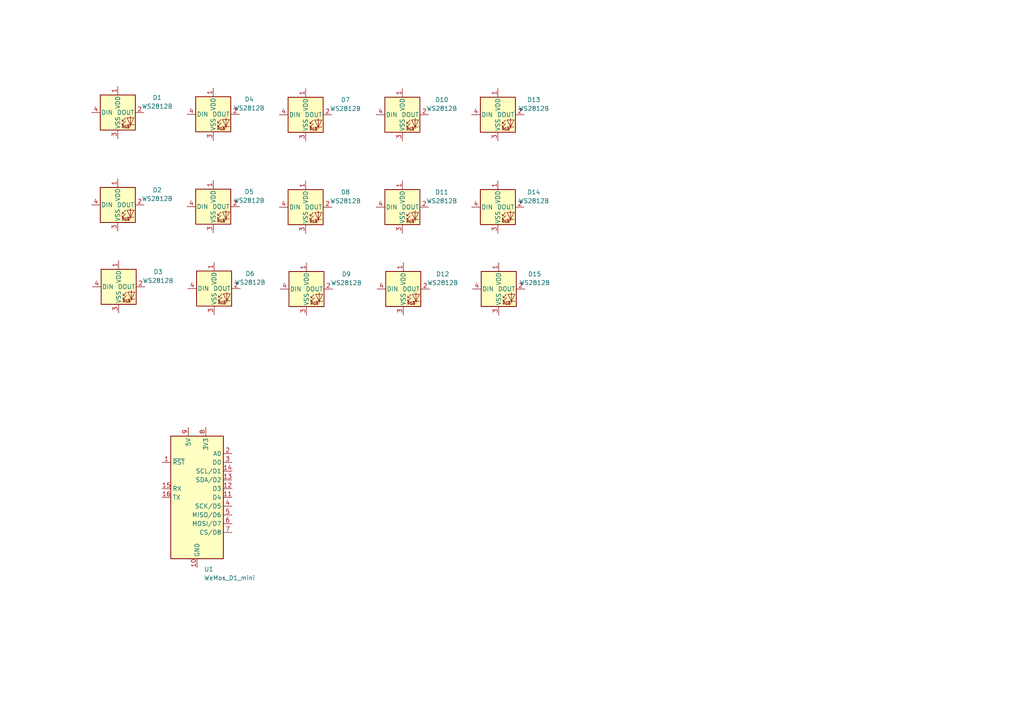
<source format=kicad_sch>
(kicad_sch (version 20211123) (generator eeschema)
  (paper "A4")
  (lib_symbols
    (symbol "LED:WS2812B" (pin_names (offset 0.254))
      (property "Reference" "D" (at 5.08 5.715 0))
      (property "Value" "WS2812B" (at 1.27 -5.715 0))
      (symbol "WS2812B_0_0"
        (text "RGB" (at 2.286 -4.191 0) (effects (font (size 0.762 0.762))))
      )
      (symbol "WS2812B_0_1"
        (polyline (pts (xy 1.27 -3.556) (xy 1.778 -3.556)))
        (polyline (pts (xy 1.27 -2.54) (xy 1.778 -2.54)))
        (polyline (pts (xy 4.699 -3.556) (xy 2.667 -3.556)))
        (polyline (pts (xy 2.286 -2.54) (xy 1.27 -3.556) (xy 1.27 -3.048)))
        (polyline (pts (xy 2.286 -1.524) (xy 1.27 -2.54) (xy 1.27 -2.032)))
        (polyline (pts (xy 3.683 -1.016) (xy 3.683 -3.556) (xy 3.683 -4.064)))
        (polyline (pts (xy 4.699 -1.524) (xy 2.667 -1.524) (xy 3.683 -3.556) (xy 4.699 -1.524)))
        (rectangle (start 5.08 5.08) (end -5.08 -5.08) (stroke (width 0.254)) (fill (type background)))
      )
      (symbol "WS2812B_1_1"
        (pin power_in line (at 0 7.62 270) (length 2.54) (name "VDD") (number "1"))
        (pin output line (at 7.62 0 180) (length 2.54) (name "DOUT") (number "2"))
        (pin power_in line (at 0 -7.62 90) (length 2.54) (name "VSS") (number "3"))
        (pin input line (at -7.62 0 0) (length 2.54) (name "DIN") (number "4"))
      )
    )
    (symbol "MCU_Module:WeMos_D1_mini"
      (property "Reference" "U" (at 3.81 19.05 0))
      (property "Value" "WeMos_D1_mini" (at 1.27 -19.05 0))
      (symbol "WeMos_D1_mini_1_1"
        (rectangle (start -7.62 17.78) (end 7.62 -17.78) (stroke (width 0.254)) (fill (type background)))
        (pin input line (at -10.16 10.16 0) (length 2.54) (name "~{RST}") (number "1"))
        (pin power_in line (at 0 -20.32 90) (length 2.54) (name "GND") (number "10"))
        (pin bidirectional line (at 10.16 0 180) (length 2.54) (name "D4") (number "11"))
        (pin bidirectional line (at 10.16 2.54 180) (length 2.54) (name "D3") (number "12"))
        (pin bidirectional line (at 10.16 5.08 180) (length 2.54) (name "SDA/D2") (number "13"))
        (pin bidirectional line (at 10.16 7.62 180) (length 2.54) (name "SCL/D1") (number "14"))
        (pin input line (at -10.16 2.54 0) (length 2.54) (name "RX") (number "15"))
        (pin output line (at -10.16 0 0) (length 2.54) (name "TX") (number "16"))
        (pin input line (at 10.16 12.7 180) (length 2.54) (name "A0") (number "2"))
        (pin bidirectional line (at 10.16 10.16 180) (length 2.54) (name "D0") (number "3"))
        (pin bidirectional line (at 10.16 -2.54 180) (length 2.54) (name "SCK/D5") (number "4"))
        (pin bidirectional line (at 10.16 -5.08 180) (length 2.54) (name "MISO/D6") (number "5"))
        (pin bidirectional line (at 10.16 -7.62 180) (length 2.54) (name "MOSI/D7") (number "6"))
        (pin bidirectional line (at 10.16 -10.16 180) (length 2.54) (name "CS/D8") (number "7"))
        (pin power_out line (at 2.54 20.32 270) (length 2.54) (name "3V3") (number "8"))
        (pin power_in line (at -2.54 20.32 270) (length 2.54) (name "5V") (number "9"))
      )
    )
  )
  (symbol (lib_id "LED:WS2812B") (at 88.6396 60.0945 0) (unit 1)
    (property "Reference" "D8" (at 100.203 55.7638 0))
    (property "Value" "WS2812B" (at 100.203 58.3038 0))
    (property "Footprint" "LED_SMD:LED_WS2812B_PLCC4_5.0x5.0mm_P3.2mm" (effects hide))
    (property "Datasheet" "https://cdn-shop.adafruit.com/datasheets/WS2812B.pdf" (effects hide))
  )
  (symbol (lib_id "LED:WS2812B") (at 34.417 83.185 0) (unit 1)
    (property "Reference" "D3" (at 45.847 78.8543 0))
    (property "Value" "WS2812B" (at 45.847 81.3943 0))
    (property "Footprint" "LED_SMD:LED_WS2812B_PLCC4_5.0x5.0mm_P3.2mm" (effects hide))
    (property "Datasheet" "https://cdn-shop.adafruit.com/datasheets/WS2812B.pdf" (effects hide))
  )
  (symbol (lib_id "MCU_Module:WeMos_D1_mini") (at 57.15 144.272 0) (unit 1)
    (property "Reference" "U1" (at 59.1694 165.1 0) (effects (justify left)))
    (property "Value" "WeMos_D1_mini" (at 59.1694 167.64 0) (effects (justify left)))
    (property "Footprint" "Module:WEMOS_D1_mini_light" (effects hide))
    (property "Datasheet" "https://wiki.wemos.cc/products:d1:d1_mini#documentation" (effects hide))
  )
  (symbol (lib_id "LED:WS2812B") (at 116.713 60.071 0) (unit 1)
    (property "Reference" "D11" (at 128.143 55.7403 0))
    (property "Value" "WS2812B" (at 128.143 58.2803 0))
    (property "Footprint" "LED_SMD:LED_WS2812B_PLCC4_5.0x5.0mm_P3.2mm" (effects hide))
    (property "Datasheet" "https://cdn-shop.adafruit.com/datasheets/WS2812B.pdf" (effects hide))
  )
  (symbol (lib_id "LED:WS2812B") (at 144.653 83.82 0) (unit 1)
    (property "Reference" "D15" (at 155.067 79.4893 0))
    (property "Value" "WS2812B" (at 155.067 82.0293 0))
    (property "Footprint" "LED_SMD:LED_WS2812B_PLCC4_5.0x5.0mm_P3.2mm" (effects hide))
    (property "Datasheet" "https://cdn-shop.adafruit.com/datasheets/WS2812B.pdf" (effects hide))
  )
  (symbol (lib_id "LED:WS2812B") (at 62.103 83.693 0) (unit 1)
    (property "Reference" "D6" (at 72.517 79.3623 0))
    (property "Value" "WS2812B" (at 72.517 81.9023 0))
    (property "Footprint" "LED_SMD:LED_WS2812B_PLCC4_5.0x5.0mm_P3.2mm" (effects hide))
    (property "Datasheet" "https://cdn-shop.adafruit.com/datasheets/WS2812B.pdf" (effects hide))
  )
  (symbol (lib_id "LED:WS2812B") (at 144.399 60.071 0) (unit 1)
    (property "Reference" "D14" (at 154.813 55.7403 0))
    (property "Value" "WS2812B" (at 154.813 58.2803 0))
    (property "Footprint" "LED_SMD:LED_WS2812B_PLCC4_5.0x5.0mm_P3.2mm" (effects hide))
    (property "Datasheet" "https://cdn-shop.adafruit.com/datasheets/WS2812B.pdf" (effects hide))
  )
  (symbol (lib_id "LED:WS2812B") (at 61.849 59.944 0) (unit 1)
    (property "Reference" "D5" (at 72.263 55.6133 0))
    (property "Value" "WS2812B" (at 72.263 58.1533 0))
    (property "Footprint" "LED_SMD:LED_WS2812B_PLCC4_5.0x5.0mm_P3.2mm" (effects hide))
    (property "Datasheet" "https://cdn-shop.adafruit.com/datasheets/WS2812B.pdf" (effects hide))
  )
  (symbol (lib_id "LED:WS2812B") (at 144.399 33.274 0) (unit 1)
    (property "Reference" "D13" (at 154.813 28.9433 0))
    (property "Value" "WS2812B" (at 154.813 31.4833 0))
    (property "Footprint" "LED_SMD:LED_WS2812B_PLCC4_5.0x5.0mm_P3.2mm" (effects hide))
    (property "Datasheet" "https://cdn-shop.adafruit.com/datasheets/WS2812B.pdf" (effects hide))
  )
  (symbol (lib_id "LED:WS2812B") (at 34.163 59.436 0) (unit 1)
    (property "Reference" "D2" (at 45.593 55.1053 0))
    (property "Value" "WS2812B" (at 45.593 57.6453 0))
    (property "Footprint" "LED_SMD:LED_WS2812B_PLCC4_5.0x5.0mm_P3.2mm" (effects hide))
    (property "Datasheet" "https://cdn-shop.adafruit.com/datasheets/WS2812B.pdf" (effects hide))
  )
  (symbol (lib_id "LED:WS2812B") (at 116.713 33.274 0) (unit 1)
    (property "Reference" "D10" (at 128.143 28.9433 0))
    (property "Value" "WS2812B" (at 128.143 31.4833 0))
    (property "Footprint" "LED_SMD:LED_WS2812B_PLCC4_5.0x5.0mm_P3.2mm" (effects hide))
    (property "Datasheet" "https://cdn-shop.adafruit.com/datasheets/WS2812B.pdf" (effects hide))
  )
  (symbol (lib_id "LED:WS2812B") (at 88.8936 83.8435 0) (unit 1)
    (property "Reference" "D9" (at 100.457 79.5128 0))
    (property "Value" "WS2812B" (at 100.457 82.0528 0))
    (property "Footprint" "LED_SMD:LED_WS2812B_PLCC4_5.0x5.0mm_P3.2mm" (effects hide))
    (property "Datasheet" "https://cdn-shop.adafruit.com/datasheets/WS2812B.pdf" (effects hide))
  )
  (symbol (lib_id "LED:WS2812B") (at 116.967 83.82 0) (unit 1)
    (property "Reference" "D12" (at 128.397 79.4893 0))
    (property "Value" "WS2812B" (at 128.397 82.0293 0))
    (property "Footprint" "LED_SMD:LED_WS2812B_PLCC4_5.0x5.0mm_P3.2mm" (effects hide))
    (property "Datasheet" "https://cdn-shop.adafruit.com/datasheets/WS2812B.pdf" (effects hide))
  )
  (symbol (lib_id "LED:WS2812B") (at 88.6396 33.2975 0) (unit 1)
    (property "Reference" "D7" (at 100.203 28.9668 0))
    (property "Value" "WS2812B" (at 100.203 31.5068 0))
    (property "Footprint" "LED_SMD:LED_WS2812B_PLCC4_5.0x5.0mm_P3.2mm" (effects hide))
    (property "Datasheet" "https://cdn-shop.adafruit.com/datasheets/WS2812B.pdf" (effects hide))
  )
  (symbol (lib_id "LED:WS2812B") (at 61.849 33.147 0) (unit 1)
    (property "Reference" "D4" (at 72.263 28.8163 0))
    (property "Value" "WS2812B" (at 72.263 31.3563 0))
    (property "Footprint" "LED_SMD:LED_WS2812B_PLCC4_5.0x5.0mm_P3.2mm" (effects hide))
    (property "Datasheet" "https://cdn-shop.adafruit.com/datasheets/WS2812B.pdf" (effects hide))
  )
  (symbol (lib_id "LED:WS2812B") (at 34.163 32.639 0) (unit 1)
    (property "Reference" "D1" (at 45.593 28.3083 0))
    (property "Value" "WS2812B" (at 45.593 30.8483 0))
    (property "Footprint" "LED_SMD:LED_WS2812B_PLCC4_5.0x5.0mm_P3.2mm" (effects hide))
    (property "Datasheet" "https://cdn-shop.adafruit.com/datasheets/WS2812B.pdf" (effects hide))
  )
)
</source>
